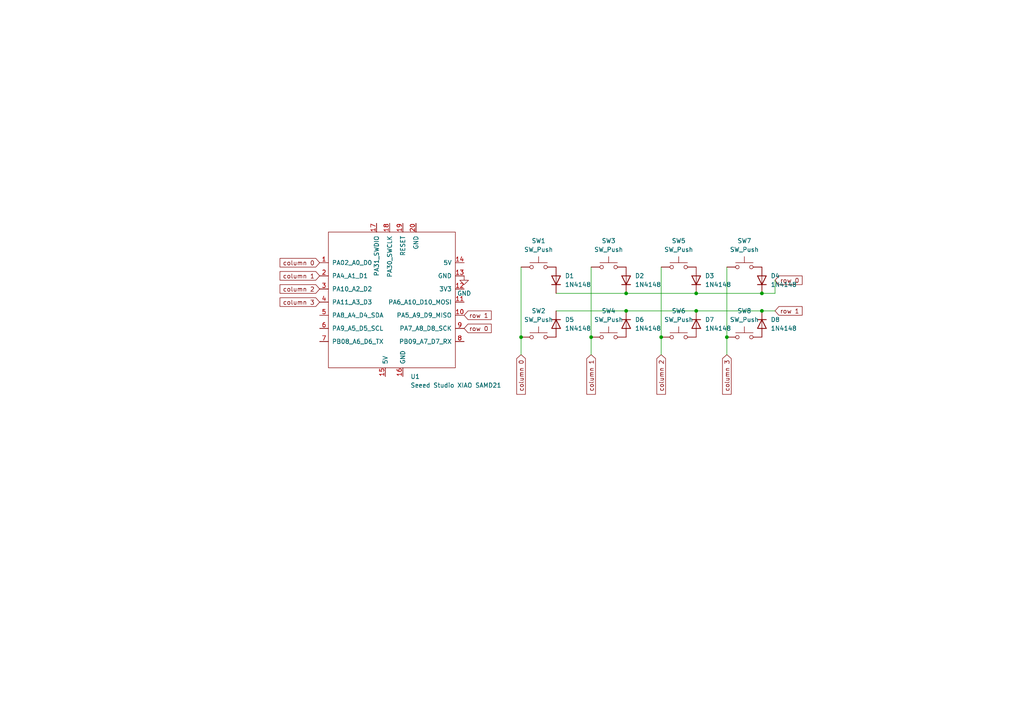
<source format=kicad_sch>
(kicad_sch (version 20231120) (generator "eeschema") (generator_version "8.0")
  (paper "A4")
  (lib_symbols
    (symbol "Diode:1N4148" (pin_numbers hide) (pin_names hide)
      (property "Reference" "D" (at 0 2.54 0))
      (property "Value" "1N4148" (at 0 -2.54 0))
      (symbol "1N4148_0_1"
        (polyline (pts (xy -1.27 1.27) (xy -1.27 -1.27)) (stroke (width 0.254)))
        (polyline (pts (xy 1.27 0) (xy -1.27 0)))
        (polyline (pts (xy 1.27 1.27) (xy 1.27 -1.27) (xy -1.27 0) (xy 1.27 1.27)) (stroke (width 0.254)))
      )
      (symbol "1N4148_1_1"
        (pin passive line (at -3.81 0 0) (length 2.54) (name "K") (number "1"))
        (pin passive line (at 3.81 0 180) (length 2.54) (name "A") (number "2"))
      )
    )
    (symbol "Seeed_Studio_XIAO_Series:Seeed Studio XIAO SAMD21" (pin_names (offset 1.016))
      (property "Reference" "U" (at -19.05 22.86 0))
      (property "Value" "Seeed Studio XIAO SAMD21" (at -12.7 21.59 0))
      (symbol "Seeed Studio XIAO SAMD21_0_1"
        (rectangle (start -19.05 20.32) (end 17.78 -19.05))
      )
      (symbol "Seeed Studio XIAO SAMD21_1_1"
        (pin unspecified line (at -21.59 11.43 0) (length 2.54) (name "PA02_A0_D0") (number "1"))
        (pin unspecified line (at 20.32 -3.81 180) (length 2.54) (name "PA5_A9_D9_MISO") (number "10"))
        (pin unspecified line (at 20.32 0 180) (length 2.54) (name "PA6_A10_D10_MOSI") (number "11"))
        (pin unspecified line (at 20.32 3.81 180) (length 2.54) (name "3V3") (number "12"))
        (pin unspecified line (at 20.32 7.62 180) (length 2.54) (name "GND") (number "13"))
        (pin unspecified line (at 20.32 11.43 180) (length 2.54) (name "5V") (number "14"))
        (pin input line (at -2.54 -21.59 90) (length 2.54) (name "5V") (number "15"))
        (pin input line (at 2.54 -21.59 90) (length 2.54) (name "GND") (number "16"))
        (pin input line (at -5.08 22.86 270) (length 2.54) (name "PA31_SWDIO") (number "17"))
        (pin input line (at -1.27 22.86 270) (length 2.54) (name "PA30_SWCLK") (number "18"))
        (pin input line (at 2.54 22.86 270) (length 2.54) (name "RESET") (number "19"))
        (pin unspecified line (at -21.59 7.62 0) (length 2.54) (name "PA4_A1_D1") (number "2"))
        (pin input line (at 6.35 22.86 270) (length 2.54) (name "GND") (number "20"))
        (pin unspecified line (at -21.59 3.81 0) (length 2.54) (name "PA10_A2_D2") (number "3"))
        (pin unspecified line (at -21.59 0 0) (length 2.54) (name "PA11_A3_D3") (number "4"))
        (pin unspecified line (at -21.59 -3.81 0) (length 2.54) (name "PA8_A4_D4_SDA") (number "5"))
        (pin unspecified line (at -21.59 -7.62 0) (length 2.54) (name "PA9_A5_D5_SCL") (number "6"))
        (pin unspecified line (at -21.59 -11.43 0) (length 2.54) (name "PB08_A6_D6_TX") (number "7"))
        (pin unspecified line (at 20.32 -11.43 180) (length 2.54) (name "PB09_A7_D7_RX") (number "8"))
        (pin unspecified line (at 20.32 -7.62 180) (length 2.54) (name "PA7_A8_D8_SCK") (number "9"))
      )
    )
    (symbol "Switch:SW_Push" (pin_numbers hide) (pin_names (offset 1.016) hide)
      (property "Reference" "SW" (at 1.27 2.54 0))
      (property "Value" "SW_Push" (at 0 -1.524 0))
      (symbol "SW_Push_0_1"
        (circle (center -2.032 0) (radius 0.508))
        (polyline (pts (xy 0 1.27) (xy 0 3.048)))
        (polyline (pts (xy 2.54 1.27) (xy -2.54 1.27)))
        (circle (center 2.032 0) (radius 0.508))
        (pin passive line (at -5.08 0 0) (length 2.54) (name "1") (number "1"))
        (pin passive line (at 5.08 0 180) (length 2.54) (name "2") (number "2"))
      )
    )
    (symbol "power:GND" (power) (pin_numbers hide) (pin_names (offset 0) hide)
      (property "Value" "GND" (at 0 -3.81 0))
      (symbol "GND_0_1"
        (polyline (pts (xy 0 0) (xy 0 -1.27) (xy 1.27 -1.27) (xy 0 -2.54) (xy -1.27 -1.27) (xy 0 -1.27)))
      )
      (symbol "GND_1_1"
        (pin power_in line (at 0 0 270) (length 0) (name "~") (number "1"))
      )
    )
  )
  (junction (at 220.98 85.09))
  (junction (at 220.98 90.17))
  (junction (at 181.61 90.17))
  (junction (at 210.82 97.79))
  (junction (at 201.93 90.17))
  (junction (at 191.77 97.79))
  (junction (at 151.13 97.79))
  (junction (at 181.61 85.09))
  (junction (at 201.93 85.09))
  (junction (at 171.45 97.79))
  (wire (pts (xy 210.82 77.47) (xy 210.82 97.79)))
  (wire (pts (xy 181.61 90.17) (xy 201.93 90.17)))
  (wire (pts (xy 224.79 85.09) (xy 224.79 81.28)))
  (wire (pts (xy 220.98 85.09) (xy 224.79 85.09)))
  (wire (pts (xy 220.98 90.17) (xy 224.79 90.17)))
  (wire (pts (xy 191.77 77.47) (xy 191.77 97.79)))
  (wire (pts (xy 181.61 85.09) (xy 201.93 85.09)))
  (wire (pts (xy 201.93 85.09) (xy 220.98 85.09)))
  (wire (pts (xy 161.29 85.09) (xy 181.61 85.09)))
  (wire (pts (xy 191.77 97.79) (xy 191.77 102.87)))
  (wire (pts (xy 151.13 77.47) (xy 151.13 97.79)))
  (wire (pts (xy 210.82 102.87) (xy 210.82 97.79)))
  (wire (pts (xy 171.45 97.79) (xy 171.45 102.87)))
  (wire (pts (xy 201.93 90.17) (xy 220.98 90.17)))
  (wire (pts (xy 171.45 77.47) (xy 171.45 97.79)))
  (wire (pts (xy 151.13 97.79) (xy 151.13 102.87)))
  (wire (pts (xy 161.29 90.17) (xy 181.61 90.17)))
  (global_label "column 3" (shape input) (at 210.82 102.87 270) (property "Intersheetrefs" "${INTERSHEET_REFS}" (effects (hide yes))))
  (global_label "column 0" (shape input) (at 151.13 102.87 270) (property "Intersheetrefs" "${INTERSHEET_REFS}" (effects (hide yes))))
  (global_label "column 2" (shape input) (at 92.71 83.82 180) (property "Intersheetrefs" "${INTERSHEET_REFS}" (effects (hide yes))))
  (global_label "row 0" (shape input) (at 224.79 81.28 0) (property "Intersheetrefs" "${INTERSHEET_REFS}" (effects (hide yes))))
  (global_label "row 1" (shape input) (at 224.79 90.17 0) (property "Intersheetrefs" "${INTERSHEET_REFS}" (effects (hide yes))))
  (global_label "column 0" (shape input) (at 92.71 76.2 180) (property "Intersheetrefs" "${INTERSHEET_REFS}" (effects (hide yes))))
  (global_label "column 2" (shape input) (at 191.77 102.87 270) (property "Intersheetrefs" "${INTERSHEET_REFS}" (effects (hide yes))))
  (global_label "column 3" (shape input) (at 92.71 87.63 180) (property "Intersheetrefs" "${INTERSHEET_REFS}" (effects (hide yes))))
  (global_label "column 1" (shape input) (at 92.71 80.01 180) (property "Intersheetrefs" "${INTERSHEET_REFS}" (effects (hide yes))))
  (global_label "row 1" (shape input) (at 134.62 91.44 0) (property "Intersheetrefs" "${INTERSHEET_REFS}" (effects (hide yes))))
  (global_label "column 1" (shape input) (at 171.45 102.87 270) (property "Intersheetrefs" "${INTERSHEET_REFS}" (effects (hide yes))))
  (global_label "row 0" (shape input) (at 134.62 95.25 0) (property "Intersheetrefs" "${INTERSHEET_REFS}" (effects (hide yes))))
  (symbol (lib_id "Switch:SW_Push") (at 215.9 97.79 0) (unit 1)
    (property "Reference" "SW8" (at 215.9 90.17 0))
    (property "Value" "SW_Push" (at 215.9 92.71 0))
    (property "Footprint" "Button_Switch_Keyboard:SW_Cherry_MX_1.00u_Plate" (effects (hide yes)))
    (property "Description" "Push button switch, generic, two pins" (effects (hide yes)))
  )
  (symbol (lib_id "Switch:SW_Push") (at 196.85 77.47 0) (unit 1)
    (property "Reference" "SW5" (at 196.85 69.85 0))
    (property "Value" "SW_Push" (at 196.85 72.39 0))
    (property "Footprint" "Button_Switch_Keyboard:SW_Cherry_MX_1.00u_Plate" (effects (hide yes)))
    (property "Description" "Push button switch, generic, two pins" (effects (hide yes)))
  )
  (symbol (lib_id "Diode:1N4148") (at 181.61 81.28 90) (unit 1)
    (property "Reference" "D2" (at 184.15 80.0099 90) (effects (justify right)))
    (property "Value" "1N4148" (at 184.15 82.5499 90) (effects (justify right)))
    (property "Footprint" "Diode_THT:D_DO-35_SOD27_P7.62mm_Horizontal" (effects (hide yes)))
    (property "Datasheet" "https://assets.nexperia.com/documents/data-sheet/1N4148_1N4448.pdf" (effects (hide yes)))
    (property "Description" "100V 0.15A standard switching diode, DO-35" (effects (hide yes)))
    (property "Sim.Device" "D" (effects (hide yes)))
    (property "Sim.Pins" "1=K 2=A" (effects (hide yes)))
  )
  (symbol (lib_id "Seeed_Studio_XIAO_Series:Seeed Studio XIAO SAMD21") (at 114.3 87.63 0) (unit 1)
    (property "Reference" "U1" (at 119.0341 109.22 0) (effects (justify left)))
    (property "Value" "Seeed Studio XIAO SAMD21" (at 119.0341 111.76 0) (effects (justify left)))
    (property "Footprint" "Seeed Studio XIAO Series Library:XIAO-Generic-Thruhole-14P-2.54-21X17.8MM" (effects (hide yes)))
  )
  (symbol (lib_id "Diode:1N4148") (at 220.98 81.28 90) (unit 1)
    (property "Reference" "D4" (at 223.52 80.0099 90) (effects (justify right)))
    (property "Value" "1N4148" (at 223.52 82.5499 90) (effects (justify right)))
    (property "Footprint" "Diode_THT:D_DO-35_SOD27_P7.62mm_Horizontal" (effects (hide yes)))
    (property "Datasheet" "https://assets.nexperia.com/documents/data-sheet/1N4148_1N4448.pdf" (effects (hide yes)))
    (property "Description" "100V 0.15A standard switching diode, DO-35" (effects (hide yes)))
    (property "Sim.Device" "D" (effects (hide yes)))
    (property "Sim.Pins" "1=K 2=A" (effects (hide yes)))
  )
  (symbol (lib_id "Diode:1N4148") (at 220.98 93.98 270) (unit 1)
    (property "Reference" "D8" (at 223.52 92.7099 90) (effects (justify left)))
    (property "Value" "1N4148" (at 223.52 95.2499 90) (effects (justify left)))
    (property "Footprint" "Diode_THT:D_DO-35_SOD27_P7.62mm_Horizontal" (effects (hide yes)))
    (property "Datasheet" "https://assets.nexperia.com/documents/data-sheet/1N4148_1N4448.pdf" (effects (hide yes)))
    (property "Description" "100V 0.15A standard switching diode, DO-35" (effects (hide yes)))
    (property "Sim.Device" "D" (effects (hide yes)))
    (property "Sim.Pins" "1=K 2=A" (effects (hide yes)))
  )
  (symbol (lib_id "Diode:1N4148") (at 161.29 93.98 270) (unit 1)
    (property "Reference" "D5" (at 163.83 92.7099 90) (effects (justify left)))
    (property "Value" "1N4148" (at 163.83 95.2499 90) (effects (justify left)))
    (property "Footprint" "Diode_THT:D_DO-35_SOD27_P7.62mm_Horizontal" (effects (hide yes)))
    (property "Datasheet" "https://assets.nexperia.com/documents/data-sheet/1N4148_1N4448.pdf" (effects (hide yes)))
    (property "Description" "100V 0.15A standard switching diode, DO-35" (effects (hide yes)))
    (property "Sim.Device" "D" (effects (hide yes)))
    (property "Sim.Pins" "1=K 2=A" (effects (hide yes)))
  )
  (symbol (lib_id "Diode:1N4148") (at 201.93 81.28 90) (unit 1)
    (property "Reference" "D3" (at 204.47 80.0099 90) (effects (justify right)))
    (property "Value" "1N4148" (at 204.47 82.5499 90) (effects (justify right)))
    (property "Footprint" "Diode_THT:D_DO-35_SOD27_P7.62mm_Horizontal" (effects (hide yes)))
    (property "Datasheet" "https://assets.nexperia.com/documents/data-sheet/1N4148_1N4448.pdf" (effects (hide yes)))
    (property "Description" "100V 0.15A standard switching diode, DO-35" (effects (hide yes)))
    (property "Sim.Device" "D" (effects (hide yes)))
    (property "Sim.Pins" "1=K 2=A" (effects (hide yes)))
  )
  (symbol (lib_id "Diode:1N4148") (at 181.61 93.98 270) (unit 1)
    (property "Reference" "D6" (at 184.15 92.7099 90) (effects (justify left)))
    (property "Value" "1N4148" (at 184.15 95.2499 90) (effects (justify left)))
    (property "Footprint" "Diode_THT:D_DO-35_SOD27_P7.62mm_Horizontal" (effects (hide yes)))
    (property "Datasheet" "https://assets.nexperia.com/documents/data-sheet/1N4148_1N4448.pdf" (effects (hide yes)))
    (property "Description" "100V 0.15A standard switching diode, DO-35" (effects (hide yes)))
    (property "Sim.Device" "D" (effects (hide yes)))
    (property "Sim.Pins" "1=K 2=A" (effects (hide yes)))
  )
  (symbol (lib_id "Switch:SW_Push") (at 196.85 97.79 0) (unit 1)
    (property "Reference" "SW6" (at 196.85 90.17 0))
    (property "Value" "SW_Push" (at 196.85 92.71 0))
    (property "Footprint" "Button_Switch_Keyboard:SW_Cherry_MX_1.00u_Plate" (effects (hide yes)))
    (property "Description" "Push button switch, generic, two pins" (effects (hide yes)))
  )
  (symbol (lib_id "Diode:1N4148") (at 201.93 93.98 270) (unit 1)
    (property "Reference" "D7" (at 204.47 92.7099 90) (effects (justify left)))
    (property "Value" "1N4148" (at 204.47 95.2499 90) (effects (justify left)))
    (property "Footprint" "Diode_THT:D_DO-35_SOD27_P7.62mm_Horizontal" (effects (hide yes)))
    (property "Datasheet" "https://assets.nexperia.com/documents/data-sheet/1N4148_1N4448.pdf" (effects (hide yes)))
    (property "Description" "100V 0.15A standard switching diode, DO-35" (effects (hide yes)))
    (property "Sim.Device" "D" (effects (hide yes)))
    (property "Sim.Pins" "1=K 2=A" (effects (hide yes)))
  )
  (symbol (lib_id "Switch:SW_Push") (at 176.53 97.79 0) (unit 1)
    (property "Reference" "SW4" (at 176.53 90.17 0))
    (property "Value" "SW_Push" (at 176.53 92.71 0))
    (property "Footprint" "Button_Switch_Keyboard:SW_Cherry_MX_1.00u_Plate" (effects (hide yes)))
    (property "Description" "Push button switch, generic, two pins" (effects (hide yes)))
  )
  (symbol (lib_id "Switch:SW_Push") (at 156.21 77.47 0) (unit 1)
    (property "Reference" "SW1" (at 156.21 69.85 0))
    (property "Value" "SW_Push" (at 156.21 72.39 0))
    (property "Footprint" "Button_Switch_Keyboard:SW_Cherry_MX_1.00u_Plate" (effects (hide yes)))
    (property "Description" "Push button switch, generic, two pins" (effects (hide yes)))
  )
  (symbol (lib_id "Switch:SW_Push") (at 215.9 77.47 0) (unit 1)
    (property "Reference" "SW7" (at 215.9 69.85 0))
    (property "Value" "SW_Push" (at 215.9 72.39 0))
    (property "Footprint" "Button_Switch_Keyboard:SW_Cherry_MX_1.00u_Plate" (effects (hide yes)))
    (property "Description" "Push button switch, generic, two pins" (effects (hide yes)))
  )
  (symbol (lib_id "power:GND") (at 134.62 80.01 0) (unit 1)
    (property "Reference" "#PWR02" (effects (hide yes)))
    (property "Value" "GND" (at 134.62 85.09 0))
    (property "Description" "Power symbol creates a global label with name \"GND\" , ground" (effects (hide yes)))
  )
  (symbol (lib_id "Diode:1N4148") (at 161.29 81.28 90) (unit 1)
    (property "Reference" "D1" (at 163.83 80.0099 90) (effects (justify right)))
    (property "Value" "1N4148" (at 163.83 82.5499 90) (effects (justify right)))
    (property "Footprint" "Diode_THT:D_DO-35_SOD27_P7.62mm_Horizontal" (effects (hide yes)))
    (property "Datasheet" "https://assets.nexperia.com/documents/data-sheet/1N4148_1N4448.pdf" (effects (hide yes)))
    (property "Description" "100V 0.15A standard switching diode, DO-35" (effects (hide yes)))
    (property "Sim.Device" "D" (effects (hide yes)))
    (property "Sim.Pins" "1=K 2=A" (effects (hide yes)))
  )
  (symbol (lib_id "Switch:SW_Push") (at 176.53 77.47 0) (unit 1)
    (property "Reference" "SW3" (at 176.53 69.85 0))
    (property "Value" "SW_Push" (at 176.53 72.39 0))
    (property "Footprint" "Button_Switch_Keyboard:SW_Cherry_MX_1.00u_Plate" (effects (hide yes)))
    (property "Description" "Push button switch, generic, two pins" (effects (hide yes)))
  )
  (symbol (lib_id "Switch:SW_Push") (at 156.21 97.79 0) (unit 1)
    (property "Reference" "SW2" (at 156.21 90.17 0))
    (property "Value" "SW_Push" (at 156.21 92.71 0))
    (property "Footprint" "Button_Switch_Keyboard:SW_Cherry_MX_1.00u_Plate" (effects (hide yes)))
    (property "Description" "Push button switch, generic, two pins" (effects (hide yes)))
  )
)
</source>
